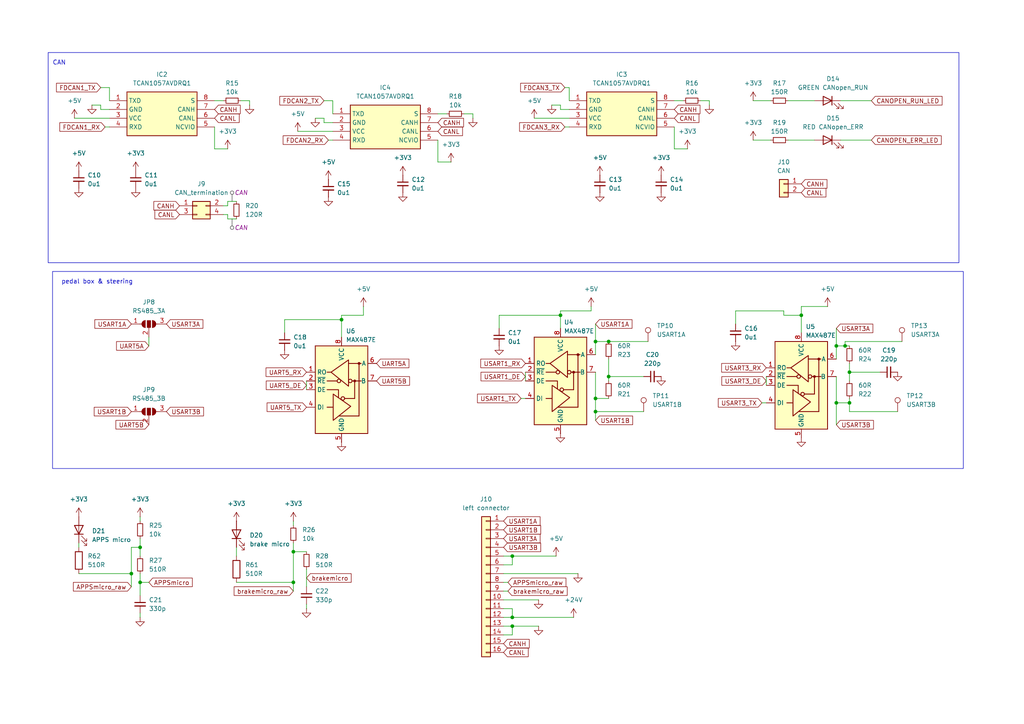
<source format=kicad_sch>
(kicad_sch (version 20231120) (generator "eeschema") (generator_version "8.0")
  (paper "A4")
  (title_block (title "rear box nucleo board 1") (date "2024-08-05") (rev "3.0") (company "NTURacing") (comment 1 "郭哲明") (comment 2 "Electrical group"))
  (lib_symbols
    (symbol "Connector:TestPoint" (pin_numbers hide) (pin_names (offset 0.762) hide)
      (property "Reference" "TP" (at 0 6.858 0))
      (property "Value" "TestPoint" (at 0 5.08 0))
      (symbol "TestPoint_1_1"
        (pin passive line (at 0 0 90) (length 2.54) (name "1") (number "1"))
      )
    )
    (symbol "Connector_Generic:Conn_01x02" (pin_names (offset 1.016) hide)
      (property "Reference" "J" (at 0 2.54 0))
      (property "Value" "Conn_01x02" (at 0 -5.08 0))
      (symbol "Conn_01x02_1_1"
        (pin passive line (at -5.08 0 0) (length 3.81) (name "Pin_1") (number "1"))
        (pin passive line (at -5.08 -2.54 0) (length 3.81) (name "Pin_2") (number "2"))
      )
    )
    (symbol "Connector_Generic:Conn_01x16" (pin_names (offset 1.016) hide)
      (property "Reference" "J" (at 0 20.32 0))
      (property "Value" "Conn_01x16" (at 0 -22.86 0))
      (symbol "Conn_01x16_1_1"
        (pin passive line (at -5.08 17.78 0) (length 3.81) (name "Pin_1") (number "1"))
        (pin passive line (at -5.08 -5.08 0) (length 3.81) (name "Pin_10") (number "10"))
        (pin passive line (at -5.08 -7.62 0) (length 3.81) (name "Pin_11") (number "11"))
        (pin passive line (at -5.08 -10.16 0) (length 3.81) (name "Pin_12") (number "12"))
        (pin passive line (at -5.08 -12.7 0) (length 3.81) (name "Pin_13") (number "13"))
        (pin passive line (at -5.08 -15.24 0) (length 3.81) (name "Pin_14") (number "14"))
        (pin passive line (at -5.08 -17.78 0) (length 3.81) (name "Pin_15") (number "15"))
        (pin passive line (at -5.08 -20.32 0) (length 3.81) (name "Pin_16") (number "16"))
        (pin passive line (at -5.08 15.24 0) (length 3.81) (name "Pin_2") (number "2"))
        (pin passive line (at -5.08 12.7 0) (length 3.81) (name "Pin_3") (number "3"))
        (pin passive line (at -5.08 10.16 0) (length 3.81) (name "Pin_4") (number "4"))
        (pin passive line (at -5.08 7.62 0) (length 3.81) (name "Pin_5") (number "5"))
        (pin passive line (at -5.08 5.08 0) (length 3.81) (name "Pin_6") (number "6"))
        (pin passive line (at -5.08 2.54 0) (length 3.81) (name "Pin_7") (number "7"))
        (pin passive line (at -5.08 0 0) (length 3.81) (name "Pin_8") (number "8"))
        (pin passive line (at -5.08 -2.54 0) (length 3.81) (name "Pin_9") (number "9"))
      )
    )
    (symbol "Connector_Generic:Conn_02x02_Odd_Even" (pin_names (offset 1.016) hide)
      (property "Reference" "J" (at 1.27 2.54 0))
      (property "Value" "Conn_02x02_Odd_Even" (at 1.27 -5.08 0))
      (symbol "Conn_02x02_Odd_Even_1_1"
        (pin passive line (at -5.08 0 0) (length 3.81) (name "Pin_1") (number "1"))
        (pin passive line (at 7.62 0 180) (length 3.81) (name "Pin_2") (number "2"))
        (pin passive line (at -5.08 -2.54 0) (length 3.81) (name "Pin_3") (number "3"))
        (pin passive line (at 7.62 -2.54 180) (length 3.81) (name "Pin_4") (number "4"))
      )
    )
    (symbol "Device:C_Small" (pin_numbers hide) (pin_names (offset 0.254) hide)
      (property "Reference" "C" (at 0.254 1.778 0))
      (property "Value" "C_Small" (at 0.254 -2.032 0))
      (symbol "C_Small_1_1"
        (pin passive line (at 0 2.54 270) (length 2.032) (name "~") (number "1"))
        (pin passive line (at 0 -2.54 90) (length 2.032) (name "~") (number "2"))
      )
    )
    (symbol "Device:LED" (pin_numbers hide) (pin_names (offset 1.016) hide)
      (property "Reference" "D" (at 0 2.54 0))
      (property "Value" "LED" (at 0 -2.54 0))
      (symbol "LED_1_1"
        (pin passive line (at -3.81 0 0) (length 2.54) (name "K") (number "1"))
        (pin passive line (at 3.81 0 180) (length 2.54) (name "A") (number "2"))
      )
    )
    (symbol "Device:R" (pin_numbers hide) (pin_names (offset 0))
      (property "Reference" "R" (at 2.032 0 90))
      (property "Value" "R" (at 0 0 90))
      (symbol "R_1_1"
        (pin passive line (at 0 3.81 270) (length 1.27) (name "~") (number "1"))
        (pin passive line (at 0 -3.81 90) (length 1.27) (name "~") (number "2"))
      )
    )
    (symbol "Device:R_Small" (pin_numbers hide) (pin_names (offset 0.254) hide)
      (property "Reference" "R" (at 0.762 0.508 0))
      (property "Value" "R_Small" (at 0.762 -1.016 0))
      (symbol "R_Small_1_1"
        (pin passive line (at 0 2.54 270) (length 0.762) (name "~") (number "1"))
        (pin passive line (at 0 -2.54 90) (length 0.762) (name "~") (number "2"))
      )
    )
    (symbol "Interface_UART:MAX487E"
      (property "Reference" "U" (at -6.985 13.97 0))
      (property "Value" "MAX487E" (at 1.27 13.97 0))
      (symbol "MAX487E_1_1"
        (pin output line (at -10.16 5.08 0) (length 2.54) (name "RO") (number "1"))
        (pin input line (at -10.16 2.54 0) (length 2.54) (name "~{RE}") (number "2"))
        (pin input line (at -10.16 0 0) (length 2.54) (name "DE") (number "3"))
        (pin input line (at -10.16 -5.08 0) (length 2.54) (name "DI") (number "4"))
        (pin power_in line (at 0 -15.24 90) (length 2.54) (name "GND") (number "5"))
        (pin bidirectional line (at 10.16 7.62 180) (length 2.54) (name "A") (number "6"))
        (pin bidirectional line (at 10.16 2.54 180) (length 2.54) (name "B") (number "7"))
        (pin power_in line (at 0 15.24 270) (length 2.54) (name "VCC") (number "8"))
      )
    )
    (symbol "Jumper:SolderJumper_3_Open" (pin_names (offset 0) hide) (exclude_from_sim yes) (in_bom no)
      (property "Reference" "JP" (at -2.54 -2.54 0))
      (property "Value" "SolderJumper_3_Open" (at 0 2.794 0))
      (symbol "SolderJumper_3_Open_1_1"
        (pin passive line (at -5.08 0 0) (length 2.54) (name "A") (number "1"))
        (pin passive line (at 0 -3.81 90) (length 2.54) (name "C") (number "2"))
        (pin passive line (at 5.08 0 180) (length 2.54) (name "B") (number "3"))
      )
    )
    (symbol "SamacSys_Parts:TCAN1057AVDRQ1"
      (property "Reference" "IC" (at 26.67 7.62 0))
      (property "Value" "TCAN1057AVDRQ1" (at 26.67 5.08 0))
      (symbol "TCAN1057AVDRQ1_1_1"
        (pin passive line (at 0 0 0) (length 5.08) (name "TXD") (number "1"))
        (pin passive line (at 0 -2.54 0) (length 5.08) (name "GND") (number "2"))
        (pin passive line (at 0 -5.08 0) (length 5.08) (name "VCC") (number "3"))
        (pin passive line (at 0 -7.62 0) (length 5.08) (name "RXD") (number "4"))
        (pin passive line (at 30.48 -7.62 180) (length 5.08) (name "NCVIO") (number "5"))
        (pin passive line (at 30.48 -5.08 180) (length 5.08) (name "CANL") (number "6"))
        (pin passive line (at 30.48 -2.54 180) (length 5.08) (name "CANH") (number "7"))
        (pin passive line (at 30.48 0 180) (length 5.08) (name "S") (number "8"))
      )
    )
    (symbol "power:+24V" (power) (pin_numbers hide) (pin_names (offset 0) hide)
      (property "Value" "+24V" (at 0 3.556 0))
      (symbol "+24V_1_1"
        (pin power_in line (at 0 0 90) (length 0) (name "~") (number "1"))
      )
    )
    (symbol "power:+3V3" (power) (pin_numbers hide) (pin_names (offset 0) hide)
      (property "Value" "+3V3" (at 0 3.556 0))
      (symbol "+3V3_1_1"
        (pin power_in line (at 0 0 90) (length 0) (name "~") (number "1"))
      )
    )
    (symbol "power:+5V" (power) (pin_numbers hide) (pin_names (offset 0) hide)
      (property "Value" "+5V" (at 0 3.556 0))
      (symbol "+5V_1_1"
        (pin power_in line (at 0 0 90) (length 0) (name "~") (number "1"))
      )
    )
    (symbol "power:GND" (power) (pin_numbers hide) (pin_names (offset 0) hide)
      (property "Value" "GND" (at 0 -3.81 0))
      (symbol "GND_1_1"
        (pin power_in line (at 0 0 270) (length 0) (name "~") (number "1"))
      )
    )
  )
  (junction (at 246.38 116.84))
  (junction (at 162.56 91.44))
  (junction (at 38.1 166.37))
  (junction (at 148.59 181.61))
  (junction (at 176.53 99.06))
  (junction (at 232.41 91.44))
  (junction (at 245.11 100.33))
  (junction (at 172.72 99.06))
  (junction (at 246.38 107.95))
  (junction (at 148.59 161.29))
  (junction (at 242.57 100.33))
  (junction (at 172.72 115.57))
  (junction (at 172.72 119.38))
  (junction (at 99.06 92.71))
  (junction (at 242.57 116.84))
  (junction (at 40.64 168.91))
  (junction (at 40.64 158.75))
  (junction (at 176.53 109.22))
  (junction (at 148.59 179.07))
  (junction (at 85.09 168.91))
  (junction (at 85.09 160.02))
  (wire (pts (xy 205.74 30.48) (xy 205.74 29.21)))
  (wire (pts (xy 85.09 168.91) (xy 85.09 171.45)))
  (wire (pts (xy 242.57 95.25) (xy 242.57 100.33)))
  (wire (pts (xy 246.38 119.38) (xy 246.38 116.84)))
  (wire (pts (xy 127 33.02) (xy 129.54 33.02)))
  (wire (pts (xy 223.52 40.64) (xy 218.44 40.64)))
  (wire (pts (xy 68.58 168.91) (xy 85.09 168.91)))
  (wire (pts (xy 88.9 165.1) (xy 88.9 170.18)))
  (wire (pts (xy 146.05 168.91) (xy 147.32 168.91)))
  (wire (pts (xy 40.64 179.07) (xy 40.64 177.8)))
  (wire (pts (xy 160.02 30.48) (xy 162.56 30.48)))
  (wire (pts (xy 26.67 30.48) (xy 29.21 30.48)))
  (wire (pts (xy 62.23 29.21) (xy 64.77 29.21)))
  (wire (pts (xy 85.09 160.02) (xy 88.9 160.02)))
  (wire (pts (xy 242.57 100.33) (xy 245.11 100.33)))
  (wire (pts (xy 222.25 109.22) (xy 222.25 111.76)))
  (wire (pts (xy 82.55 92.71) (xy 99.06 92.71)))
  (wire (pts (xy 66.04 43.18) (xy 62.23 43.18)))
  (wire (pts (xy 29.21 30.48) (xy 29.21 31.75)))
  (wire (pts (xy 148.59 181.61) (xy 156.21 181.61)))
  (wire (pts (xy 163.83 25.4) (xy 165.1 25.4)))
  (wire (pts (xy 245.11 99.06) (xy 245.11 100.33)))
  (wire (pts (xy 162.56 91.44) (xy 162.56 95.25)))
  (wire (pts (xy 156.21 173.99) (xy 146.05 173.99)))
  (wire (pts (xy 152.4 107.95) (xy 152.4 110.49)))
  (wire (pts (xy 66.04 62.23) (xy 64.77 62.23)))
  (wire (pts (xy 146.05 161.29) (xy 148.59 161.29)))
  (wire (pts (xy 252.73 40.64) (xy 243.84 40.64)))
  (wire (pts (xy 176.53 99.06) (xy 187.96 99.06)))
  (wire (pts (xy 246.38 115.57) (xy 246.38 116.84)))
  (wire (pts (xy 176.53 110.49) (xy 176.53 109.22)))
  (wire (pts (xy 205.74 29.21) (xy 203.2 29.21)))
  (wire (pts (xy 148.59 184.15) (xy 146.05 184.15)))
  (wire (pts (xy 66.04 58.42) (xy 66.04 59.69)))
  (wire (pts (xy 151.13 115.57) (xy 152.4 115.57)))
  (wire (pts (xy 148.59 176.53) (xy 148.59 179.07)))
  (wire (pts (xy 172.72 119.38) (xy 172.72 115.57)))
  (wire (pts (xy 137.16 33.02) (xy 134.62 33.02)))
  (wire (pts (xy 38.1 158.75) (xy 38.1 166.37)))
  (wire (pts (xy 148.59 181.61) (xy 146.05 181.61)))
  (wire (pts (xy 93.98 29.21) (xy 96.52 29.21)))
  (wire (pts (xy 227.33 90.17) (xy 227.33 91.44)))
  (wire (pts (xy 62.23 43.18) (xy 62.23 36.83)))
  (wire (pts (xy 21.59 34.29) (xy 31.75 34.29)))
  (wire (pts (xy 31.75 29.21) (xy 31.75 25.4)))
  (wire (pts (xy 148.59 179.07) (xy 146.05 179.07)))
  (wire (pts (xy 93.98 35.56) (xy 96.52 35.56)))
  (wire (pts (xy 213.36 90.17) (xy 227.33 90.17)))
  (wire (pts (xy 40.64 156.21) (xy 40.64 158.75)))
  (wire (pts (xy 172.72 99.06) (xy 172.72 102.87)))
  (wire (pts (xy 246.38 105.41) (xy 246.38 107.95)))
  (wire (pts (xy 162.56 30.48) (xy 162.56 31.75)))
  (wire (pts (xy 144.78 91.44) (xy 144.78 95.25)))
  (wire (pts (xy 223.52 29.21) (xy 218.44 29.21)))
  (wire (pts (xy 66.04 59.69) (xy 64.77 59.69)))
  (wire (pts (xy 40.64 166.37) (xy 40.64 168.91)))
  (wire (pts (xy 68.58 58.42) (xy 66.04 58.42)))
  (wire (pts (xy 148.59 161.29) (xy 148.59 163.83)))
  (wire (pts (xy 93.98 34.29) (xy 93.98 35.56)))
  (wire (pts (xy 146.05 166.37) (xy 167.64 166.37)))
  (wire (pts (xy 162.56 31.75) (xy 165.1 31.75)))
  (wire (pts (xy 154.94 34.29) (xy 165.1 34.29)))
  (wire (pts (xy 146.05 163.83) (xy 148.59 163.83)))
  (wire (pts (xy 40.64 158.75) (xy 38.1 158.75)))
  (wire (pts (xy 66.04 63.5) (xy 66.04 62.23)))
  (wire (pts (xy 148.59 181.61) (xy 148.59 184.15)))
  (wire (pts (xy 176.53 109.22) (xy 186.69 109.22)))
  (wire (pts (xy 22.86 166.37) (xy 38.1 166.37)))
  (wire (pts (xy 127 46.99) (xy 127 40.64)))
  (wire (pts (xy 236.22 29.21) (xy 228.6 29.21)))
  (wire (pts (xy 172.72 107.95) (xy 172.72 115.57)))
  (wire (pts (xy 38.1 166.37) (xy 38.1 170.18)))
  (wire (pts (xy 29.21 31.75) (xy 31.75 31.75)))
  (wire (pts (xy 85.09 157.48) (xy 85.09 160.02)))
  (wire (pts (xy 40.64 158.75) (xy 40.64 161.29)))
  (wire (pts (xy 95.25 40.64) (xy 96.52 40.64)))
  (wire (pts (xy 172.72 121.92) (xy 172.72 119.38)))
  (wire (pts (xy 163.83 36.83) (xy 165.1 36.83)))
  (wire (pts (xy 85.09 160.02) (xy 85.09 168.91)))
  (wire (pts (xy 29.21 25.4) (xy 31.75 25.4)))
  (wire (pts (xy 146.05 176.53) (xy 148.59 176.53)))
  (wire (pts (xy 99.06 91.44) (xy 105.41 91.44)))
  (wire (pts (xy 261.62 99.06) (xy 245.11 99.06)))
  (wire (pts (xy 162.56 90.17) (xy 162.56 91.44)))
  (wire (pts (xy 172.72 93.98) (xy 172.72 99.06)))
  (wire (pts (xy 91.44 34.29) (xy 93.98 34.29)))
  (wire (pts (xy 232.41 91.44) (xy 232.41 96.52)))
  (wire (pts (xy 195.58 43.18) (xy 195.58 36.83)))
  (wire (pts (xy 88.9 110.49) (xy 88.9 113.03)))
  (wire (pts (xy 176.53 104.14) (xy 176.53 109.22)))
  (wire (pts (xy 86.36 38.1) (xy 96.52 38.1)))
  (wire (pts (xy 68.58 63.5) (xy 66.04 63.5)))
  (wire (pts (xy 172.72 99.06) (xy 176.53 99.06)))
  (wire (pts (xy 232.41 88.9) (xy 240.03 88.9)))
  (wire (pts (xy 30.48 36.83) (xy 31.75 36.83)))
  (wire (pts (xy 165.1 29.21) (xy 165.1 25.4)))
  (wire (pts (xy 220.98 116.84) (xy 222.25 116.84)))
  (wire (pts (xy 242.57 116.84) (xy 242.57 123.19)))
  (wire (pts (xy 252.73 29.21) (xy 243.84 29.21)))
  (wire (pts (xy 172.72 115.57) (xy 176.53 115.57)))
  (wire (pts (xy 232.41 88.9) (xy 232.41 91.44)))
  (wire (pts (xy 242.57 109.22) (xy 242.57 116.84)))
  (wire (pts (xy 99.06 92.71) (xy 99.06 97.79)))
  (wire (pts (xy 171.45 88.9) (xy 171.45 90.17)))
  (wire (pts (xy 242.57 100.33) (xy 242.57 104.14)))
  (wire (pts (xy 146.05 171.45) (xy 147.32 171.45)))
  (wire (pts (xy 137.16 34.29) (xy 137.16 33.02)))
  (wire (pts (xy 242.57 116.84) (xy 246.38 116.84)))
  (wire (pts (xy 99.06 91.44) (xy 99.06 92.71)))
  (wire (pts (xy 195.58 29.21) (xy 198.12 29.21)))
  (wire (pts (xy 144.78 91.44) (xy 162.56 91.44)))
  (wire (pts (xy 96.52 33.02) (xy 96.52 29.21)))
  (wire (pts (xy 40.64 168.91) (xy 40.64 172.72)))
  (wire (pts (xy 68.58 161.29) (xy 68.58 158.75)))
  (wire (pts (xy 72.39 30.48) (xy 72.39 29.21)))
  (wire (pts (xy 213.36 90.17) (xy 213.36 93.98)))
  (wire (pts (xy 246.38 107.95) (xy 255.27 107.95)))
  (wire (pts (xy 245.11 100.33) (xy 246.38 100.33)))
  (wire (pts (xy 246.38 119.38) (xy 260.35 119.38)))
  (wire (pts (xy 88.9 175.26) (xy 88.9 176.53)))
  (wire (pts (xy 199.39 43.18) (xy 195.58 43.18)))
  (wire (pts (xy 82.55 92.71) (xy 82.55 96.52)))
  (wire (pts (xy 72.39 29.21) (xy 69.85 29.21)))
  (wire (pts (xy 162.56 90.17) (xy 171.45 90.17)))
  (wire (pts (xy 246.38 110.49) (xy 246.38 107.95)))
  (wire (pts (xy 148.59 161.29) (xy 161.29 161.29)))
  (wire (pts (xy 227.33 91.44) (xy 232.41 91.44)))
  (wire (pts (xy 236.22 40.64) (xy 228.6 40.64)))
  (wire (pts (xy 130.81 46.99) (xy 127 46.99)))
  (wire (pts (xy 43.18 168.91) (xy 40.64 168.91)))
  (wire (pts (xy 172.72 119.38) (xy 186.69 119.38)))
  (wire (pts (xy 22.86 158.75) (xy 22.86 157.48)))
  (wire (pts (xy 43.18 100.33) (xy 43.18 97.79)))
  (wire (pts (xy 148.59 179.07) (xy 166.37 179.07)))
  (wire (pts (xy 105.41 88.9) (xy 105.41 91.44)))
  (wire (pts (xy 85.09 151.13) (xy 85.09 152.4)))
  (wire (pts (xy 40.64 149.86) (xy 40.64 151.13)))
  (rectangle (start 13.97 15.24) (end 278.13 76.2))
  (rectangle (start 15.24 78.74) (end 279.4 135.89))
  (text "pedal box & steering" (at 17.78 82.55 0) (effects (font (size 1.27 1.27)) (justify left bottom)))
  (text "CAN" (at 15.24 19.05 0) (effects (font (size 1.27 1.27)) (justify left bottom)))
  (global_label "USART3_DE" (shape input) (at 222.25 110.49 180) (property "Intersheetrefs" "${INTERSHEET_REFS}" (effects (hide yes))))
  (global_label "FDCAN1_TX" (shape input) (at 29.21 25.4 180) (property "Intersheetrefs" "${INTERSHEET_REFS}" (effects (hide yes))))
  (global_label "USART1A" (shape input) (at 146.05 151.13 0) (property "Intersheetrefs" "${INTERSHEET_REFS}" (effects (hide yes))))
  (global_label "USART1B" (shape input) (at 146.05 153.67 0) (property "Intersheetrefs" "${INTERSHEET_REFS}" (effects (hide yes))))
  (global_label "CANOPEN_RUN_LED" (shape input) (at 252.73 29.21 0) (property "Intersheetrefs" "${INTERSHEET_REFS}" (effects (hide yes))))
  (global_label "FDCAN3_TX" (shape input) (at 163.83 25.4 180) (property "Intersheetrefs" "${INTERSHEET_REFS}" (effects (hide yes))))
  (global_label "APPSmicro_raw" (shape input) (at 38.1 170.18 180) (property "Intersheetrefs" "${INTERSHEET_REFS}" (effects (hide yes))))
  (global_label "UART5B" (shape input) (at 43.18 123.19 180) (property "Intersheetrefs" "${INTERSHEET_REFS}" (effects (hide yes))))
  (global_label "FDCAN3_RX" (shape input) (at 163.83 36.83 180) (property "Intersheetrefs" "${INTERSHEET_REFS}" (effects (hide yes))))
  (global_label "UART5_TX" (shape input) (at 88.9 118.11 180) (property "Intersheetrefs" "${INTERSHEET_REFS}" (effects (hide yes))))
  (global_label "UART5_DE" (shape input) (at 88.9 111.76 180) (property "Intersheetrefs" "${INTERSHEET_REFS}" (effects (hide yes))))
  (global_label "USART1A" (shape input) (at 172.72 93.98 0) (property "Intersheetrefs" "${INTERSHEET_REFS}" (effects (hide yes))))
  (global_label "CANL" (shape input) (at 52.07 62.23 180) (property "Intersheetrefs" "${INTERSHEET_REFS}" (effects (hide yes))))
  (global_label "USART3B" (shape input) (at 146.05 158.75 0) (property "Intersheetrefs" "${INTERSHEET_REFS}" (effects (hide yes))))
  (global_label "CANH" (shape input) (at 62.23 31.75 0) (property "Intersheetrefs" "${INTERSHEET_REFS}" (effects (hide yes))))
  (global_label "UART5_RX" (shape input) (at 88.9 107.95 180) (property "Intersheetrefs" "${INTERSHEET_REFS}" (effects (hide yes))))
  (global_label "USART1_RX" (shape input) (at 152.4 105.41 180) (property "Intersheetrefs" "${INTERSHEET_REFS}" (effects (hide yes))))
  (global_label "APPSmicro" (shape input) (at 43.18 168.91 0) (property "Intersheetrefs" "${INTERSHEET_REFS}" (effects (hide yes))))
  (global_label "FDCAN1_RX" (shape input) (at 30.48 36.83 180) (property "Intersheetrefs" "${INTERSHEET_REFS}" (effects (hide yes))))
  (global_label "CANH" (shape input) (at 146.05 186.69 0) (property "Intersheetrefs" "${INTERSHEET_REFS}" (effects (hide yes))))
  (global_label "CANH" (shape input) (at 127 35.56 0) (property "Intersheetrefs" "${INTERSHEET_REFS}" (effects (hide yes))))
  (global_label "UART5B" (shape input) (at 109.22 110.49 0) (property "Intersheetrefs" "${INTERSHEET_REFS}" (effects (hide yes))))
  (global_label "CANH" (shape input) (at 232.41 53.34 0) (property "Intersheetrefs" "${INTERSHEET_REFS}" (effects (hide yes))))
  (global_label "CANL" (shape input) (at 146.05 189.23 0) (property "Intersheetrefs" "${INTERSHEET_REFS}" (effects (hide yes))))
  (global_label "USART1B" (shape input) (at 172.72 121.92 0) (property "Intersheetrefs" "${INTERSHEET_REFS}" (effects (hide yes))))
  (global_label "CANL" (shape input) (at 127 38.1 0) (property "Intersheetrefs" "${INTERSHEET_REFS}" (effects (hide yes))))
  (global_label "USART3A" (shape input) (at 48.26 93.98 0) (property "Intersheetrefs" "${INTERSHEET_REFS}" (effects (hide yes))))
  (global_label "UART5A" (shape input) (at 109.22 105.41 0) (property "Intersheetrefs" "${INTERSHEET_REFS}" (effects (hide yes))))
  (global_label "brakemicro_raw" (shape input) (at 147.32 171.45 0) (property "Intersheetrefs" "${INTERSHEET_REFS}" (effects (hide yes))))
  (global_label "FDCAN2_TX" (shape input) (at 93.98 29.21 180) (property "Intersheetrefs" "${INTERSHEET_REFS}" (effects (hide yes))))
  (global_label "CANH" (shape input) (at 195.58 31.75 0) (property "Intersheetrefs" "${INTERSHEET_REFS}" (effects (hide yes))))
  (global_label "USART3A" (shape input) (at 242.57 95.25 0) (property "Intersheetrefs" "${INTERSHEET_REFS}" (effects (hide yes))))
  (global_label "USART3B" (shape input) (at 242.57 123.19 0) (property "Intersheetrefs" "${INTERSHEET_REFS}" (effects (hide yes))))
  (global_label "USART1B" (shape input) (at 38.1 119.38 180) (property "Intersheetrefs" "${INTERSHEET_REFS}" (effects (hide yes))))
  (global_label "brakemicro_raw" (shape input) (at 85.09 171.45 180) (property "Intersheetrefs" "${INTERSHEET_REFS}" (effects (hide yes))))
  (global_label "UART5A" (shape input) (at 43.18 100.33 180) (property "Intersheetrefs" "${INTERSHEET_REFS}" (effects (hide yes))))
  (global_label "CANH" (shape input) (at 52.07 59.69 180) (property "Intersheetrefs" "${INTERSHEET_REFS}" (effects (hide yes))))
  (global_label "brakemicro" (shape input) (at 88.9 167.64 0) (property "Intersheetrefs" "${INTERSHEET_REFS}" (effects (hide yes))))
  (global_label "FDCAN2_RX" (shape input) (at 95.25 40.64 180) (property "Intersheetrefs" "${INTERSHEET_REFS}" (effects (hide yes))))
  (global_label "USART3A" (shape input) (at 146.05 156.21 0) (property "Intersheetrefs" "${INTERSHEET_REFS}" (effects (hide yes))))
  (global_label "USART1_DE" (shape input) (at 152.4 109.22 180) (property "Intersheetrefs" "${INTERSHEET_REFS}" (effects (hide yes))))
  (global_label "CANOPEN_ERR_LED" (shape input) (at 252.73 40.64 0) (property "Intersheetrefs" "${INTERSHEET_REFS}" (effects (hide yes))))
  (global_label "APPSmicro_raw" (shape input) (at 147.32 168.91 0) (property "Intersheetrefs" "${INTERSHEET_REFS}" (effects (hide yes))))
  (global_label "CANL" (shape input) (at 232.41 55.88 0) (property "Intersheetrefs" "${INTERSHEET_REFS}" (effects (hide yes))))
  (global_label "USART1A" (shape input) (at 38.1 93.98 180) (property "Intersheetrefs" "${INTERSHEET_REFS}" (effects (hide yes))))
  (global_label "USART3_RX" (shape input) (at 222.25 106.68 180) (property "Intersheetrefs" "${INTERSHEET_REFS}" (effects (hide yes))))
  (global_label "USART3_TX" (shape input) (at 220.98 116.84 180) (property "Intersheetrefs" "${INTERSHEET_REFS}" (effects (hide yes))))
  (global_label "USART3B" (shape input) (at 48.26 119.38 0) (property "Intersheetrefs" "${INTERSHEET_REFS}" (effects (hide yes))))
  (global_label "CANL" (shape input) (at 195.58 34.29 0) (property "Intersheetrefs" "${INTERSHEET_REFS}" (effects (hide yes))))
  (global_label "USART1_TX" (shape input) (at 151.13 115.57 180) (property "Intersheetrefs" "${INTERSHEET_REFS}" (effects (hide yes))))
  (global_label "CANL" (shape input) (at 62.23 34.29 0) (property "Intersheetrefs" "${INTERSHEET_REFS}" (effects (hide yes))))
  (netclass_flag "" (length 2.54) (shape round) (at 67.31 63.5 180) (property "Netclass" "CAN" (at 68.0085 66.04 0) (effects (font (italic yes)) (justify left))))
  (netclass_flag "" (length 2.54) (shape round) (at 67.31 58.42 0) (property "Netclass" "CAN" (at 68.0085 55.88 0) (effects (font (italic yes)) (justify left))))
  (symbol (lib_id "Device:C_Small") (at 189.23 109.22 90) (unit 1)
    (property "Reference" "C20" (at 189.2363 102.87 90))
    (property "Value" "220p" (at 189.2363 105.41 90))
    (property "Footprint" "Capacitor_SMD:C_0603_1608Metric" (effects (hide yes)))
    (property "Description" "Unpolarized capacitor, small symbol" (effects (hide yes)))
  )
  (symbol (lib_id "power:GND") (at 205.74 30.48 0) (unit 1)
    (property "Reference" "#PWR063" (effects (hide yes)))
    (property "Value" "GND" (effects (hide yes)))
    (property "Description" "Power symbol creates a global label with name \"GND\" , ground" (effects (hide yes)))
  )
  (symbol (lib_id "Device:C_Small") (at 191.77 53.34 0) (unit 1)
    (property "Reference" "C14" (at 194.31 52.0763 0) (effects (justify left)))
    (property "Value" "0u1" (at 194.31 54.6163 0) (effects (justify left)))
    (property "Footprint" "Capacitor_SMD:C_0603_1608Metric" (effects (hide yes)))
    (property "Description" "Unpolarized capacitor, small symbol" (effects (hide yes)))
  )
  (symbol (lib_id "Device:R_Small") (at 200.66 29.21 270) (unit 1) (in_bom no)
    (property "Reference" "R16" (at 200.66 24.13 90))
    (property "Value" "10k" (at 200.66 26.67 90))
    (property "Footprint" "Resistor_SMD:R_0603_1608Metric" (effects (hide yes)))
    (property "Description" "Resistor, small symbol" (effects (hide yes)))
  )
  (symbol (lib_id "Device:R_Small") (at 68.58 60.96 180) (unit 1) (in_bom no)
    (property "Reference" "R20" (at 71.12 59.69 0) (effects (justify right)))
    (property "Value" "120R" (at 71.12 62.23 0) (effects (justify right)))
    (property "Footprint" "Resistor_SMD:R_0603_1608Metric" (effects (hide yes)))
    (property "Description" "Resistor, small symbol" (effects (hide yes)))
  )
  (symbol (lib_id "power:GND") (at 137.16 34.29 0) (unit 1)
    (property "Reference" "#PWR066" (effects (hide yes)))
    (property "Value" "GND" (effects (hide yes)))
    (property "Description" "Power symbol creates a global label with name \"GND\" , ground" (effects (hide yes)))
  )
  (symbol (lib_id "Device:R_Small") (at 226.06 29.21 90) (unit 1)
    (property "Reference" "R17" (at 226.06 24.13 90))
    (property "Value" "150R" (at 226.06 26.67 90))
    (property "Footprint" "Resistor_SMD:R_0603_1608Metric" (effects (hide yes)))
    (property "Description" "Resistor, small symbol" (effects (hide yes)))
  )
  (symbol (lib_id "power:GND") (at 260.35 107.95 0) (unit 1)
    (property "Reference" "#PWR091" (effects (hide yes)))
    (property "Value" "GND" (effects (hide yes)))
    (property "Description" "Power symbol creates a global label with name \"GND\" , ground" (effects (hide yes)))
  )
  (symbol (lib_id "Connector_Generic:Conn_02x02_Odd_Even") (at 57.15 59.69 0) (unit 1)
    (property "Reference" "J9" (at 58.42 53.34 0))
    (property "Value" "CAN_termination" (at 58.42 55.88 0))
    (property "Footprint" "Connector_PinHeader_2.54mm:PinHeader_2x02_P2.54mm_Vertical" (effects (hide yes)))
    (property "Description" "Generic connector, double row, 02x02, odd/even pin numbering scheme (row 1 odd numbers, row 2 even numbers), script generated (kicad-library-utils/schlib/autogen/connector/)" (effects (hide yes)))
  )
  (symbol (lib_id "Connector:TestPoint") (at 261.62 99.06 0) (unit 1)
    (property "Reference" "TP13" (at 264.16 94.488 0) (effects (justify left)))
    (property "Value" "USART3A" (at 264.16 97.028 0) (effects (justify left)))
    (property "Footprint" "TestPoint:TestPoint_Pad_D1.0mm" (effects (hide yes)))
    (property "Description" "test point" (effects (hide yes)))
  )
  (symbol (lib_id "power:+3V3") (at 116.84 50.8 0) (unit 1)
    (property "Reference" "#PWR075" (effects (hide yes)))
    (property "Value" "+3V3" (at 116.84 45.72 0))
    (property "Description" "Power symbol creates a global label with name \"+3V3\"" (effects (hide yes)))
  )
  (symbol (lib_id "power:+5V") (at 154.94 34.29 0) (unit 1)
    (property "Reference" "#PWR067" (effects (hide yes)))
    (property "Value" "+5V" (at 154.94 29.21 0))
    (property "Description" "Power symbol creates a global label with name \"+5V\"" (effects (hide yes)))
  )
  (symbol (lib_id "power:GND") (at 162.56 125.73 0) (unit 1)
    (property "Reference" "#PWR093" (effects (hide yes)))
    (property "Value" "GND" (effects (hide yes)))
    (property "Description" "Power symbol creates a global label with name \"GND\" , ground" (effects (hide yes)))
  )
  (symbol (lib_id "power:GND") (at 156.21 181.61 0) (unit 1)
    (property "Reference" "#PWR0102" (effects (hide yes)))
    (property "Value" "GND" (effects (hide yes)))
    (property "Description" "Power symbol creates a global label with name \"GND\" , ground" (effects (hide yes)))
  )
  (symbol (lib_id "Device:C_Small") (at 39.37 52.07 0) (unit 1)
    (property "Reference" "C11" (at 41.91 50.8063 0) (effects (justify left)))
    (property "Value" "0u1" (at 41.91 53.3463 0) (effects (justify left)))
    (property "Footprint" "Capacitor_SMD:C_0603_1608Metric" (effects (hide yes)))
    (property "Description" "Unpolarized capacitor, small symbol" (effects (hide yes)))
  )
  (symbol (lib_id "Device:C_Small") (at 40.64 175.26 0) (unit 1)
    (property "Reference" "C21" (at 43.18 173.9963 0) (effects (justify left)))
    (property "Value" "330p" (at 43.18 176.5363 0) (effects (justify left)))
    (property "Footprint" "Capacitor_SMD:C_0603_1608Metric" (effects (hide yes)))
    (property "Description" "Unpolarized capacitor, small symbol" (effects (hide yes)))
  )
  (symbol (lib_id "power:+3V3") (at 40.64 149.86 0) (unit 1)
    (property "Reference" "#PWR096" (effects (hide yes)))
    (property "Value" "+3V3" (at 40.64 144.78 0))
    (property "Description" "Power symbol creates a global label with name \"+3V3\"" (effects (hide yes)))
  )
  (symbol (lib_id "Device:C_Small") (at 144.78 97.79 0) (unit 1)
    (property "Reference" "C17" (at 147.32 96.5263 0) (effects (justify left)))
    (property "Value" "0u1" (at 147.32 99.0663 0) (effects (justify left)))
    (property "Footprint" "Capacitor_SMD:C_0603_1608Metric" (effects (hide yes)))
    (property "Description" "Unpolarized capacitor, small symbol" (effects (hide yes)))
  )
  (symbol (lib_id "Device:R_Small") (at 40.64 163.83 180) (unit 1)
    (property "Reference" "R27" (at 43.18 162.5599 0) (effects (justify right)))
    (property "Value" "510R" (at 43.18 165.0999 0) (effects (justify right)))
    (property "Footprint" "Resistor_SMD:R_0603_1608Metric" (effects (hide yes)))
    (property "Description" "Resistor, small symbol" (effects (hide yes)))
  )
  (symbol (lib_id "Device:R_Small") (at 176.53 113.03 0) (mirror x) (unit 1)
    (property "Reference" "R21" (at 179.07 114.3 0) (effects (justify left)))
    (property "Value" "60R" (at 179.07 111.76 0) (effects (justify left)))
    (property "Footprint" "Resistor_SMD:R_0603_1608Metric" (effects (hide yes)))
    (property "Description" "Resistor, small symbol" (effects (hide yes)))
  )
  (symbol (lib_id "Jumper:SolderJumper_3_Open") (at 43.18 119.38 0) (unit 1)
    (property "Reference" "JP9" (at 43.18 113.03 0))
    (property "Value" "RS485_3B" (at 43.18 115.57 0))
    (property "Footprint" "Jumper:SolderJumper-3_P1.3mm_Open_Pad1.0x1.5mm_NumberLabels" (effects (hide yes)))
    (property "Description" "Solder Jumper, 3-pole, open" (effects (hide yes)))
  )
  (symbol (lib_id "power:GND") (at 39.37 54.61 0) (unit 1)
    (property "Reference" "#PWR080" (effects (hide yes)))
    (property "Value" "GND" (effects (hide yes)))
    (property "Description" "Power symbol creates a global label with name \"GND\" , ground" (effects (hide yes)))
  )
  (symbol (lib_id "power:+3V3") (at 85.09 151.13 0) (unit 1)
    (property "Reference" "#PWR097" (effects (hide yes)))
    (property "Value" "+3V3" (at 85.09 146.05 0))
    (property "Description" "Power symbol creates a global label with name \"+3V3\"" (effects (hide yes)))
  )
  (symbol (lib_id "power:+3V3") (at 199.39 43.18 0) (unit 1)
    (property "Reference" "#PWR071" (effects (hide yes)))
    (property "Value" "+3V3" (at 199.39 38.1 0))
    (property "Description" "Power symbol creates a global label with name \"+3V3\"" (effects (hide yes)))
  )
  (symbol (lib_id "power:GND") (at 22.86 54.61 0) (unit 1)
    (property "Reference" "#PWR079" (effects (hide yes)))
    (property "Value" "GND" (effects (hide yes)))
    (property "Description" "Power symbol creates a global label with name \"GND\" , ground" (effects (hide yes)))
  )
  (symbol (lib_id "power:+3V3") (at 218.44 29.21 0) (unit 1)
    (property "Reference" "#PWR059" (effects (hide yes)))
    (property "Value" "+3V3" (at 218.44 24.13 0))
    (property "Description" "Power symbol creates a global label with name \"+3V3\"" (effects (hide yes)))
  )
  (symbol (lib_id "power:+5V") (at 240.03 88.9 0) (unit 1)
    (property "Reference" "#PWR087" (effects (hide yes)))
    (property "Value" "+5V" (at 240.03 83.82 0))
    (property "Description" "Power symbol creates a global label with name \"+5V\"" (effects (hide yes)))
  )
  (symbol (lib_id "Device:R_Small") (at 226.06 40.64 90) (unit 1)
    (property "Reference" "R19" (at 226.06 35.56 90))
    (property "Value" "150R" (at 226.06 38.1 90))
    (property "Footprint" "Resistor_SMD:R_0603_1608Metric" (effects (hide yes)))
    (property "Description" "Resistor, small symbol" (effects (hide yes)))
  )
  (symbol (lib_id "power:GND") (at 99.06 128.27 0) (unit 1)
    (property "Reference" "#PWR095" (effects (hide yes)))
    (property "Value" "GND" (effects (hide yes)))
    (property "Description" "Power symbol creates a global label with name \"GND\" , ground" (effects (hide yes)))
  )
  (symbol (lib_id "Device:LED") (at 240.03 40.64 0) (mirror y) (unit 1)
    (property "Reference" "D15" (at 241.6175 34.29 0))
    (property "Value" "RED CANopen_ERR" (at 241.6175 36.83 0))
    (property "Footprint" "LED_SMD:LED_0603_1608Metric" (effects (hide yes)))
    (property "Description" "Light emitting diode" (effects (hide yes)))
  )
  (symbol (lib_id "Device:C_Small") (at 213.36 96.52 0) (unit 1)
    (property "Reference" "C16" (at 215.9 95.2563 0) (effects (justify left)))
    (property "Value" "0u1" (at 215.9 97.7963 0) (effects (justify left)))
    (property "Footprint" "Capacitor_SMD:C_0603_1608Metric" (effects (hide yes)))
    (property "Description" "Unpolarized capacitor, small symbol" (effects (hide yes)))
  )
  (symbol (lib_id "Device:LED") (at 240.03 29.21 0) (mirror y) (unit 1)
    (property "Reference" "D14" (at 241.6175 22.86 0))
    (property "Value" "GREEN CANopen_RUN" (at 241.6175 25.4 0))
    (property "Footprint" "LED_SMD:LED_0603_1608Metric" (effects (hide yes)))
    (property "Description" "Light emitting diode" (effects (hide yes)))
  )
  (symbol (lib_id "power:GND") (at 191.77 109.22 0) (unit 1)
    (property "Reference" "#PWR092" (effects (hide yes)))
    (property "Value" "GND" (effects (hide yes)))
    (property "Description" "Power symbol creates a global label with name \"GND\" , ground" (effects (hide yes)))
  )
  (symbol (lib_id "power:+3V3") (at 218.44 40.64 0) (unit 1)
    (property "Reference" "#PWR069" (effects (hide yes)))
    (property "Value" "+3V3" (at 218.44 35.56 0))
    (property "Description" "Power symbol creates a global label with name \"+3V3\"" (effects (hide yes)))
  )
  (symbol (lib_id "Device:C_Small") (at 116.84 53.34 0) (unit 1)
    (property "Reference" "C12" (at 119.38 52.0763 0) (effects (justify left)))
    (property "Value" "0u1" (at 119.38 54.6163 0) (effects (justify left)))
    (property "Footprint" "Capacitor_SMD:C_0603_1608Metric" (effects (hide yes)))
    (property "Description" "Unpolarized capacitor, small symbol" (effects (hide yes)))
  )
  (symbol (lib_id "power:GND") (at 116.84 55.88 0) (unit 1)
    (property "Reference" "#PWR081" (effects (hide yes)))
    (property "Value" "GND" (effects (hide yes)))
    (property "Description" "Power symbol creates a global label with name \"GND\" , ground" (effects (hide yes)))
  )
  (symbol (lib_id "Device:R") (at 22.86 162.56 0) (unit 1)
    (property "Reference" "R62" (at 25.4 161.2899 0) (effects (justify left)))
    (property "Value" "510R" (at 25.4 163.8299 0) (effects (justify left)))
    (property "Footprint" "Resistor_SMD:R_0603_1608Metric" (effects (hide yes)))
    (property "Description" "Resistor" (effects (hide yes)))
    (instances (project "rearbox_nucleo_1" (path "" (reference "R62") (unit 1))) (project "BMS_MASTER_STM32F105RC" (path "" (reference "R17") (unit 1))))
  )
  (symbol (lib_id "power:GND") (at 213.36 99.06 0) (unit 1)
    (property "Reference" "#PWR088" (effects (hide yes)))
    (property "Value" "GND" (effects (hide yes)))
    (property "Description" "Power symbol creates a global label with name \"GND\" , ground" (effects (hide yes)))
  )
  (symbol (lib_id "Device:R_Small") (at 85.09 154.94 0) (unit 1) (in_bom no)
    (property "Reference" "R26" (at 87.63 153.67 0) (effects (justify left)))
    (property "Value" "10k" (at 87.63 156.21 0) (effects (justify left)))
    (property "Footprint" "Resistor_SMD:R_0603_1608Metric" (effects (hide yes)))
    (property "Description" "Resistor, small symbol" (effects (hide yes)))
  )
  (symbol (lib_id "power:GND") (at 95.25 57.15 0) (unit 1)
    (property "Reference" "#PWR084" (effects (hide yes)))
    (property "Value" "GND" (effects (hide yes)))
    (property "Description" "Power symbol creates a global label with name \"GND\" , ground" (effects (hide yes)))
  )
  (symbol (lib_id "Interface_UART:MAX487E") (at 162.56 110.49 0) (unit 1)
    (property "Reference" "U4" (at 163.576 93.472 0) (effects (justify left)))
    (property "Value" "MAX487E" (at 163.576 96.012 0) (effects (justify left)))
    (property "Footprint" "Package_SO:SOIC-8_3.9x4.9mm_P1.27mm" (effects (hide yes)))
    (property "Datasheet" "https://datasheets.maximintegrated.com/en/ds/MAX1487E-MAX491E.pdf" (effects (hide yes)))
    (property "Description" "Half duplex RS-485/RS-422, 0.25 Mbps, ±15kV electro-static discharge (ESD) protection, with slew-rate, with low-power shutdown, with receiver/driver enable, 128 receiver drive capability, DIP-8 and SOIC-8" (effects (hide yes)))
  )
  (symbol (lib_id "power:GND") (at 26.67 30.48 0) (unit 1)
    (property "Reference" "#PWR060" (effects (hide yes)))
    (property "Value" "GND" (effects (hide yes)))
    (property "Description" "Power symbol creates a global label with name \"GND\" , ground" (effects (hide yes)))
  )
  (symbol (lib_id "power:+3V3") (at 66.04 43.18 0) (unit 1)
    (property "Reference" "#PWR070" (effects (hide yes)))
    (property "Value" "+3V3" (at 66.04 38.1 0))
    (property "Description" "Power symbol creates a global label with name \"+3V3\"" (effects (hide yes)))
  )
  (symbol (lib_id "Device:C_Small") (at 257.81 107.95 90) (unit 1)
    (property "Reference" "C19" (at 257.8163 101.6 90))
    (property "Value" "220p" (at 257.8163 104.14 90))
    (property "Footprint" "Capacitor_SMD:C_0603_1608Metric" (effects (hide yes)))
    (property "Description" "Unpolarized capacitor, small symbol" (effects (hide yes)))
  )
  (symbol (lib_id "power:+24V") (at 166.37 179.07 0) (unit 1)
    (property "Reference" "#PWR0101" (effects (hide yes)))
    (property "Value" "+24V" (at 166.37 173.99 0))
    (property "Description" "Power symbol creates a global label with name \"+24V\"" (effects (hide yes)))
  )
  (symbol (lib_id "power:+3V3") (at 39.37 49.53 0) (unit 1)
    (property "Reference" "#PWR074" (effects (hide yes)))
    (property "Value" "+3V3" (at 39.37 44.45 0))
    (property "Description" "Power symbol creates a global label with name \"+3V3\"" (effects (hide yes)))
  )
  (symbol (lib_id "power:GND") (at 160.02 30.48 0) (unit 1)
    (property "Reference" "#PWR062" (effects (hide yes)))
    (property "Value" "GND" (effects (hide yes)))
    (property "Description" "Power symbol creates a global label with name \"GND\" , ground" (effects (hide yes)))
  )
  (symbol (lib_id "power:+5V") (at 95.25 52.07 0) (unit 1)
    (property "Reference" "#PWR078" (effects (hide yes)))
    (property "Value" "+5V" (at 95.25 46.99 0))
    (property "Description" "Power symbol creates a global label with name \"+5V\"" (effects (hide yes)))
  )
  (symbol (lib_id "power:GND") (at 72.39 30.48 0) (unit 1)
    (property "Reference" "#PWR061" (effects (hide yes)))
    (property "Value" "GND" (effects (hide yes)))
    (property "Description" "Power symbol creates a global label with name \"GND\" , ground" (effects (hide yes)))
  )
  (symbol (lib_id "power:+5V") (at 105.41 88.9 0) (unit 1)
    (property "Reference" "#PWR085" (effects (hide yes)))
    (property "Value" "+5V" (at 105.41 83.82 0))
    (property "Description" "Power symbol creates a global label with name \"+5V\"" (effects (hide yes)))
  )
  (symbol (lib_id "Device:R_Small") (at 246.38 102.87 0) (mirror x) (unit 1)
    (property "Reference" "R24" (at 248.92 104.14 0) (effects (justify left)))
    (property "Value" "60R" (at 248.92 101.6 0) (effects (justify left)))
    (property "Footprint" "Resistor_SMD:R_0603_1608Metric" (effects (hide yes)))
    (property "Description" "Resistor, small symbol" (effects (hide yes)))
  )
  (symbol (lib_id "Jumper:SolderJumper_3_Open") (at 43.18 93.98 0) (unit 1)
    (property "Reference" "JP8" (at 43.18 87.63 0))
    (property "Value" "RS485_3A" (at 43.18 90.17 0))
    (property "Footprint" "Jumper:SolderJumper-3_P1.3mm_Open_Pad1.0x1.5mm_NumberLabels" (effects (hide yes)))
    (property "Description" "Solder Jumper, 3-pole, open" (effects (hide yes)))
  )
  (symbol (lib_id "power:GND") (at 156.21 173.99 0) (unit 1)
    (property "Reference" "#PWR0100" (effects (hide yes)))
    (property "Value" "GND" (effects (hide yes)))
    (property "Description" "Power symbol creates a global label with name \"GND\" , ground" (effects (hide yes)))
  )
  (symbol (lib_id "Interface_UART:MAX487E") (at 99.06 113.03 0) (unit 1)
    (property "Reference" "U6" (at 100.33 96.012 0) (effects (justify left)))
    (property "Value" "MAX487E" (at 100.33 98.552 0) (effects (justify left)))
    (property "Footprint" "Package_SO:SOIC-8_3.9x4.9mm_P1.27mm" (effects (hide yes)))
    (property "Datasheet" "https://datasheets.maximintegrated.com/en/ds/MAX1487E-MAX491E.pdf" (effects (hide yes)))
    (property "Description" "Half duplex RS-485/RS-422, 0.25 Mbps, ±15kV electro-static discharge (ESD) protection, with slew-rate, with low-power shutdown, with receiver/driver enable, 128 receiver drive capability, DIP-8 and SOIC-8" (effects (hide yes)))
  )
  (symbol (lib_id "Interface_UART:MAX487E") (at 232.41 111.76 0) (unit 1)
    (property "Reference" "U5" (at 233.68 94.742 0) (effects (justify left)))
    (property "Value" "MAX487E" (at 233.68 97.282 0) (effects (justify left)))
    (property "Footprint" "Package_SO:SOIC-8_3.9x4.9mm_P1.27mm" (effects (hide yes)))
    (property "Datasheet" "https://datasheets.maximintegrated.com/en/ds/MAX1487E-MAX491E.pdf" (effects (hide yes)))
    (property "Description" "Half duplex RS-485/RS-422, 0.25 Mbps, ±15kV electro-static discharge (ESD) protection, with slew-rate, with low-power shutdown, with receiver/driver enable, 128 receiver drive capability, DIP-8 and SOIC-8" (effects (hide yes)))
  )
  (symbol (lib_id "power:+5V") (at 161.29 161.29 0) (unit 1)
    (property "Reference" "#PWR098" (effects (hide yes)))
    (property "Value" "+5V" (at 161.29 156.21 0))
    (property "Description" "Power symbol creates a global label with name \"+5V\"" (effects (hide yes)))
  )
  (symbol (lib_id "Device:R_Small") (at 67.31 29.21 270) (unit 1) (in_bom no)
    (property "Reference" "R15" (at 67.31 24.13 90))
    (property "Value" "10k" (at 67.31 26.67 90))
    (property "Footprint" "Resistor_SMD:R_0603_1608Metric" (effects (hide yes)))
    (property "Description" "Resistor, small symbol" (effects (hide yes)))
  )
  (symbol (lib_id "Connector:TestPoint") (at 260.35 119.38 0) (unit 1)
    (property "Reference" "TP12" (at 262.89 114.808 0) (effects (justify left)))
    (property "Value" "USART3B" (at 262.89 117.348 0) (effects (justify left)))
    (property "Footprint" "TestPoint:TestPoint_Pad_D1.0mm" (effects (hide yes)))
    (property "Description" "test point" (effects (hide yes)))
  )
  (symbol (lib_id "Device:C_Small") (at 82.55 99.06 0) (unit 1)
    (property "Reference" "C18" (at 85.09 97.7963 0) (effects (justify left)))
    (property "Value" "0u1" (at 85.09 100.3363 0) (effects (justify left)))
    (property "Footprint" "Capacitor_SMD:C_0603_1608Metric" (effects (hide yes)))
    (property "Description" "Unpolarized capacitor, small symbol" (effects (hide yes)))
  )
  (symbol (lib_id "power:GND") (at 173.99 55.88 0) (unit 1)
    (property "Reference" "#PWR082" (effects (hide yes)))
    (property "Value" "GND" (effects (hide yes)))
    (property "Description" "Power symbol creates a global label with name \"GND\" , ground" (effects (hide yes)))
  )
  (symbol (lib_id "power:GND") (at 167.64 166.37 0) (unit 1)
    (property "Reference" "#PWR099" (effects (hide yes)))
    (property "Value" "GND" (effects (hide yes)))
    (property "Description" "Power symbol creates a global label with name \"GND\" , ground" (effects (hide yes)))
  )
  (symbol (lib_id "power:+3V3") (at 22.86 149.86 0) (unit 1)
    (property "Reference" "#PWR0158" (effects (hide yes)))
    (property "Value" "+3V3" (at 22.86 144.78 0))
    (property "Description" "Power symbol creates a global label with name \"+3V3\"" (effects (hide yes)))
  )
  (symbol (lib_id "Connector:TestPoint") (at 187.96 99.06 0) (unit 1)
    (property "Reference" "TP10" (at 190.5 94.488 0) (effects (justify left)))
    (property "Value" "USART1A" (at 190.5 97.028 0) (effects (justify left)))
    (property "Footprint" "TestPoint:TestPoint_Pad_D1.0mm" (effects (hide yes)))
    (property "Description" "test point" (effects (hide yes)))
  )
  (symbol (lib_id "power:GND") (at 88.9 176.53 0) (unit 1)
    (property "Reference" "#PWR0104" (effects (hide yes)))
    (property "Value" "GND" (effects (hide yes)))
    (property "Description" "Power symbol creates a global label with name \"GND\" , ground" (effects (hide yes)))
  )
  (symbol (lib_id "Device:C_Small") (at 22.86 52.07 0) (unit 1)
    (property "Reference" "C10" (at 25.4 50.8063 0) (effects (justify left)))
    (property "Value" "0u1" (at 25.4 53.3463 0) (effects (justify left)))
    (property "Footprint" "Capacitor_SMD:C_0603_1608Metric" (effects (hide yes)))
    (property "Description" "Unpolarized capacitor, small symbol" (effects (hide yes)))
  )
  (symbol (lib_id "Device:R") (at 68.58 165.1 0) (unit 1)
    (property "Reference" "R61" (at 71.12 163.8299 0) (effects (justify left)))
    (property "Value" "510R" (at 71.12 166.3699 0) (effects (justify left)))
    (property "Footprint" "Resistor_SMD:R_0603_1608Metric" (effects (hide yes)))
    (property "Description" "Resistor" (effects (hide yes)))
    (instances (project "rearbox_nucleo_1" (path "" (reference "R61") (unit 1))) (project "BMS_MASTER_STM32F105RC" (path "" (reference "R17") (unit 1))))
  )
  (symbol (lib_id "Connector:TestPoint") (at 186.69 119.38 0) (unit 1)
    (property "Reference" "TP11" (at 189.23 114.808 0) (effects (justify left)))
    (property "Value" "USART1B" (at 189.23 117.348 0) (effects (justify left)))
    (property "Footprint" "TestPoint:TestPoint_Pad_D1.0mm" (effects (hide yes)))
    (property "Description" "test point" (effects (hide yes)))
  )
  (symbol (lib_id "power:+5V") (at 173.99 50.8 0) (unit 1)
    (property "Reference" "#PWR076" (effects (hide yes)))
    (property "Value" "+5V" (at 173.99 45.72 0))
    (property "Description" "Power symbol creates a global label with name \"+5V\"" (effects (hide yes)))
  )
  (symbol (lib_id "power:GND") (at 191.77 55.88 0) (unit 1)
    (property "Reference" "#PWR083" (effects (hide yes)))
    (property "Value" "GND" (effects (hide yes)))
    (property "Description" "Power symbol creates a global label with name \"GND\" , ground" (effects (hide yes)))
  )
  (symbol (lib_id "power:+3V3") (at 130.81 46.99 0) (unit 1)
    (property "Reference" "#PWR072" (effects (hide yes)))
    (property "Value" "+3V3" (at 130.81 41.91 0))
    (property "Description" "Power symbol creates a global label with name \"+3V3\"" (effects (hide yes)))
  )
  (symbol (lib_id "Device:R_Small") (at 40.64 153.67 0) (unit 1) (in_bom no)
    (property "Reference" "R25" (at 43.18 152.4 0) (effects (justify left)))
    (property "Value" "10k" (at 43.18 154.94 0) (effects (justify left)))
    (property "Footprint" "Resistor_SMD:R_0603_1608Metric" (effects (hide yes)))
    (property "Description" "Resistor, small symbol" (effects (hide yes)))
  )
  (symbol (lib_id "Device:LED") (at 68.58 154.94 90) (unit 1)
    (property "Reference" "D20" (at 72.39 155.2575 90) (effects (justify right)))
    (property "Value" "brake micro" (at 72.39 157.7975 90) (effects (justify right)))
    (property "Footprint" "LED_SMD:LED_0603_1608Metric" (effects (hide yes)))
    (property "Description" "Light emitting diode" (effects (hide yes)))
    (instances (project "rearbox_nucleo_1" (path "" (reference "D20") (unit 1))) (project "BMS_MASTER_STM32F105RC" (path "" (reference "D1") (unit 1))))
  )
  (symbol (lib_id "power:+3V3") (at 191.77 50.8 0) (unit 1)
    (property "Reference" "#PWR077" (effects (hide yes)))
    (property "Value" "+3V3" (at 191.77 45.72 0))
    (property "Description" "Power symbol creates a global label with name \"+3V3\"" (effects (hide yes)))
  )
  (symbol (lib_id "power:+5V") (at 86.36 38.1 0) (unit 1)
    (property "Reference" "#PWR068" (effects (hide yes)))
    (property "Value" "+5V" (at 86.36 33.02 0))
    (property "Description" "Power symbol creates a global label with name \"+5V\"" (effects (hide yes)))
  )
  (symbol (lib_id "SamacSys_Parts:TCAN1057AVDRQ1") (at 31.75 29.21 0) (unit 1)
    (property "Reference" "IC2" (at 46.99 21.59 0))
    (property "Value" "TCAN1057AVDRQ1" (at 46.99 24.13 0))
    (property "Footprint" "SamacSys_Parts:SOIC127P600X175-8N" (effects (hide yes)))
    (property "Datasheet" "https://pdf1.alldatasheet.com/datasheet-pdf/view/1287247/TI/TCAN1057AV-Q1.html" (effects (hide yes)))
    (property "Description" "TCAN1057A-Q1 And TCAN1057AV-Q1 Automotive Fault-Protected CAN FD Transceiver" (effects (hide yes)))
    (property "Height" "1.75" (effects (hide yes)))
    (property "Mouser Part Number" "595-TCAN1057AVDRQ1" (effects (hide yes)))
    (property "Mouser Price/Stock" "https://www.mouser.co.uk/ProductDetail/Texas-Instruments/TCAN1057AVDRQ1?qs=Rp5uXu7WBW8Rm%2Fa7xw2cKg%3D%3D" (effects (hide yes)))
    (property "Manufacturer_Name" "Texas Instruments" (effects (hide yes)))
    (property "Manufacturer_Part_Number" "TCAN1057AVDRQ1" (effects (hide yes)))
  )
  (symbol (lib_id "Device:R_Small") (at 132.08 33.02 270) (unit 1) (in_bom no)
    (property "Reference" "R18" (at 132.08 27.94 90))
    (property "Value" "10k" (at 132.08 30.48 90))
    (property "Footprint" "Resistor_SMD:R_0603_1608Metric" (effects (hide yes)))
    (property "Description" "Resistor, small symbol" (effects (hide yes)))
  )
  (symbol (lib_id "power:GND") (at 40.64 179.07 0) (unit 1)
    (property "Reference" "#PWR0103" (effects (hide yes)))
    (property "Value" "GND" (effects (hide yes)))
    (property "Description" "Power symbol creates a global label with name \"GND\" , ground" (effects (hide yes)))
  )
  (symbol (lib_id "power:GND") (at 232.41 127 0) (unit 1)
    (property "Reference" "#PWR094" (effects (hide yes)))
    (property "Value" "GND" (effects (hide yes)))
    (property "Description" "Power symbol creates a global label with name \"GND\" , ground" (effects (hide yes)))
  )
  (symbol (lib_id "Device:R_Small") (at 88.9 162.56 180) (unit 1)
    (property "Reference" "R28" (at 91.44 161.2899 0) (effects (justify right)))
    (property "Value" "510R" (at 91.44 163.8299 0) (effects (justify right)))
    (property "Footprint" "Resistor_SMD:R_0603_1608Metric" (effects (hide yes)))
    (property "Description" "Resistor, small symbol" (effects (hide yes)))
  )
  (symbol (lib_id "power:+5V") (at 21.59 34.29 0) (unit 1)
    (property "Reference" "#PWR064" (effects (hide yes)))
    (property "Value" "+5V" (at 21.59 29.21 0))
    (property "Description" "Power symbol creates a global label with name \"+5V\"" (effects (hide yes)))
  )
  (symbol (lib_id "SamacSys_Parts:TCAN1057AVDRQ1") (at 165.1 29.21 0) (unit 1)
    (property "Reference" "IC3" (at 180.34 21.59 0))
    (property "Value" "TCAN1057AVDRQ1" (at 180.34 24.13 0))
    (property "Footprint" "SamacSys_Parts:SOIC127P600X175-8N" (effects (hide yes)))
    (property "Datasheet" "https://pdf1.alldatasheet.com/datasheet-pdf/view/1287247/TI/TCAN1057AV-Q1.html" (effects (hide yes)))
    (property "Description" "TCAN1057A-Q1 And TCAN1057AV-Q1 Automotive Fault-Protected CAN FD Transceiver" (effects (hide yes)))
    (property "Height" "1.75" (effects (hide yes)))
    (property "Mouser Part Number" "595-TCAN1057AVDRQ1" (effects (hide yes)))
    (property "Mouser Price/Stock" "https://www.mouser.co.uk/ProductDetail/Texas-Instruments/TCAN1057AVDRQ1?qs=Rp5uXu7WBW8Rm%2Fa7xw2cKg%3D%3D" (effects (hide yes)))
    (property "Manufacturer_Name" "Texas Instruments" (effects (hide yes)))
    (property "Manufacturer_Part_Number" "TCAN1057AVDRQ1" (effects (hide yes)))
  )
  (symbol (lib_id "Device:C_Small") (at 173.99 53.34 0) (unit 1)
    (property "Reference" "C13" (at 176.53 52.0763 0) (effects (justify left)))
    (property "Value" "0u1" (at 176.53 54.6163 0) (effects (justify left)))
    (property "Footprint" "Capacitor_SMD:C_0603_1608Metric" (effects (hide yes)))
    (property "Description" "Unpolarized capacitor, small symbol" (effects (hide yes)))
  )
  (symbol (lib_id "power:+5V") (at 22.86 49.53 0) (unit 1)
    (property "Reference" "#PWR073" (effects (hide yes)))
    (property "Value" "+5V" (at 22.86 44.45 0))
    (property "Description" "Power symbol creates a global label with name \"+5V\"" (effects (hide yes)))
  )
  (symbol (lib_id "Device:R_Small") (at 176.53 101.6 0) (mirror x) (unit 1)
    (property "Reference" "R23" (at 179.07 102.87 0) (effects (justify left)))
    (property "Value" "60R" (at 179.07 100.33 0) (effects (justify left)))
    (property "Footprint" "Resistor_SMD:R_0603_1608Metric" (effects (hide yes)))
    (property "Description" "Resistor, small symbol" (effects (hide yes)))
  )
  (symbol (lib_id "power:GND") (at 82.55 101.6 0) (unit 1)
    (property "Reference" "#PWR090" (effects (hide yes)))
    (property "Value" "GND" (effects (hide yes)))
    (property "Description" "Power symbol creates a global label with name \"GND\" , ground" (effects (hide yes)))
  )
  (symbol (lib_id "Device:C_Small") (at 95.25 54.61 0) (unit 1)
    (property "Reference" "C15" (at 97.79 53.3463 0) (effects (justify left)))
    (property "Value" "0u1" (at 97.79 55.8863 0) (effects (justify left)))
    (property "Footprint" "Capacitor_SMD:C_0603_1608Metric" (effects (hide yes)))
    (property "Description" "Unpolarized capacitor, small symbol" (effects (hide yes)))
  )
  (symbol (lib_id "Connector_Generic:Conn_01x16") (at 140.97 168.91 0) (mirror y) (unit 1)
    (property "Reference" "J10" (at 140.97 144.78 0))
    (property "Value" "left connector" (at 140.97 147.32 0))
    (property "Footprint" "Connector_IDC:IDC-Header_2x08_P2.54mm_Vertical" (effects (hide yes)))
    (property "Description" "Generic connector, single row, 01x16, script generated (kicad-library-utils/schlib/autogen/connector/)" (effects (hide yes)))
  )
  (symbol (lib_id "Device:C_Small") (at 88.9 172.72 0) (unit 1)
    (property "Reference" "C22" (at 91.44 171.4563 0) (effects (justify left)))
    (property "Value" "330p" (at 91.44 173.9963 0) (effects (justify left)))
    (property "Footprint" "Capacitor_SMD:C_0603_1608Metric" (effects (hide yes)))
    (property "Description" "Unpolarized capacitor, small symbol" (effects (hide yes)))
  )
  (symbol (lib_id "power:+3V3") (at 68.58 151.13 0) (unit 1)
    (property "Reference" "#PWR0157" (effects (hide yes)))
    (property "Value" "+3V3" (at 68.58 146.05 0))
    (property "Description" "Power symbol creates a global label with name \"+3V3\"" (effects (hide yes)))
  )
  (symbol (lib_id "power:GND") (at 91.44 34.29 0) (unit 1)
    (property "Reference" "#PWR065" (effects (hide yes)))
    (property "Value" "GND" (effects (hide yes)))
    (property "Description" "Power symbol creates a global label with name \"GND\" , ground" (effects (hide yes)))
  )
  (symbol (lib_id "Device:R_Small") (at 246.38 113.03 0) (mirror x) (unit 1)
    (property "Reference" "R22" (at 248.92 114.3 0) (effects (justify left)))
    (property "Value" "60R" (at 248.92 111.76 0) (effects (justify left)))
    (property "Footprint" "Resistor_SMD:R_0603_1608Metric" (effects (hide yes)))
    (property "Description" "Resistor, small symbol" (effects (hide yes)))
  )
  (symbol (lib_id "power:GND") (at 144.78 100.33 0) (unit 1)
    (property "Reference" "#PWR089" (effects (hide yes)))
    (property "Value" "GND" (effects (hide yes)))
    (property "Description" "Power symbol creates a global label with name \"GND\" , ground" (effects (hide yes)))
  )
  (symbol (lib_id "Device:LED") (at 22.86 153.67 90) (unit 1)
    (property "Reference" "D21" (at 26.67 153.9875 90) (effects (justify right)))
    (property "Value" "APPS micro" (at 26.67 156.5275 90) (effects (justify right)))
    (property "Footprint" "LED_SMD:LED_0603_1608Metric" (effects (hide yes)))
    (property "Description" "Light emitting diode" (effects (hide yes)))
    (instances (project "rearbox_nucleo_1" (path "" (reference "D21") (unit 1))) (project "BMS_MASTER_STM32F105RC" (path "" (reference "D1") (unit 1))))
  )
  (symbol (lib_id "SamacSys_Parts:TCAN1057AVDRQ1") (at 96.52 33.02 0) (unit 1)
    (property "Reference" "IC4" (at 111.76 25.4 0))
    (property "Value" "TCAN1057AVDRQ1" (at 111.76 27.94 0))
    (property "Footprint" "SamacSys_Parts:SOIC127P600X175-8N" (effects (hide yes)))
    (property "Datasheet" "https://pdf1.alldatasheet.com/datasheet-pdf/view/1287247/TI/TCAN1057AV-Q1.html" (effects (hide yes)))
    (property "Description" "TCAN1057A-Q1 And TCAN1057AV-Q1 Automotive Fault-Protected CAN FD Transceiver" (effects (hide yes)))
    (property "Height" "1.75" (effects (hide yes)))
    (property "Mouser Part Number" "595-TCAN1057AVDRQ1" (effects (hide yes)))
    (property "Mouser Price/Stock" "https://www.mouser.co.uk/ProductDetail/Texas-Instruments/TCAN1057AVDRQ1?qs=Rp5uXu7WBW8Rm%2Fa7xw2cKg%3D%3D" (effects (hide yes)))
    (property "Manufacturer_Name" "Texas Instruments" (effects (hide yes)))
    (property "Manufacturer_Part_Number" "TCAN1057AVDRQ1" (effects (hide yes)))
  )
  (symbol (lib_id "power:+5V") (at 171.45 88.9 0) (unit 1)
    (property "Reference" "#PWR086" (effects (hide yes)))
    (property "Value" "+5V" (at 171.45 83.82 0))
    (property "Description" "Power symbol creates a global label with name \"+5V\"" (effects (hide yes)))
  )
  (symbol (lib_id "Connector_Generic:Conn_01x02") (at 227.33 53.34 0) (mirror y) (unit 1)
    (property "Reference" "J10" (at 227.33 46.99 0))
    (property "Value" "CAN" (at 227.33 49.53 0))
    (property "Footprint" "Connector_JST:JST_XH_B2B-XH-A_1x02_P2.50mm_Vertical" (effects (hide yes)))
    (property "Description" "Generic connector, single row, 01x02, script generated (kicad-library-utils/schlib/autogen/connector/)" (effects (hide yes)))
  )
)
</source>
